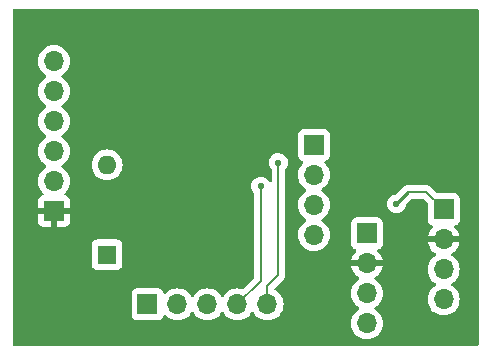
<source format=gbr>
%TF.GenerationSoftware,KiCad,Pcbnew,8.0.0-8.0.0-1~ubuntu20.04.1*%
%TF.CreationDate,2024-03-10T03:56:21-05:00*%
%TF.ProjectId,avr16dd14_dev_board,61767231-3664-4643-9134-5f6465765f62,rev?*%
%TF.SameCoordinates,Original*%
%TF.FileFunction,Copper,L2,Bot*%
%TF.FilePolarity,Positive*%
%FSLAX46Y46*%
G04 Gerber Fmt 4.6, Leading zero omitted, Abs format (unit mm)*
G04 Created by KiCad (PCBNEW 8.0.0-8.0.0-1~ubuntu20.04.1) date 2024-03-10 03:56:21*
%MOMM*%
%LPD*%
G01*
G04 APERTURE LIST*
%TA.AperFunction,ComponentPad*%
%ADD10R,1.700000X1.700000*%
%TD*%
%TA.AperFunction,ComponentPad*%
%ADD11O,1.700000X1.700000*%
%TD*%
%TA.AperFunction,ComponentPad*%
%ADD12R,1.600000X1.600000*%
%TD*%
%TA.AperFunction,ComponentPad*%
%ADD13O,1.600000X1.600000*%
%TD*%
%TA.AperFunction,ViaPad*%
%ADD14C,0.584200*%
%TD*%
%TA.AperFunction,Conductor*%
%ADD15C,0.152400*%
%TD*%
%TA.AperFunction,Conductor*%
%ADD16C,0.250000*%
%TD*%
G04 APERTURE END LIST*
D10*
%TO.P,J1,1,Pin_1*%
%TO.N,0*%
X108500000Y-83620000D03*
D11*
%TO.P,J1,2,Pin_2*%
%TO.N,unconnected-(J1-Pin_2-Pad2)*%
X108500000Y-81080000D03*
%TO.P,J1,3,Pin_3*%
%TO.N,/VIN*%
X108500000Y-78540000D03*
%TO.P,J1,4,Pin_4*%
%TO.N,/TX*%
X108500000Y-76000000D03*
%TO.P,J1,5,Pin_5*%
%TO.N,/RX*%
X108500000Y-73460000D03*
%TO.P,J1,6,Pin_6*%
%TO.N,unconnected-(J1-Pin_6-Pad6)*%
X108500000Y-70920000D03*
%TD*%
%TO.P,J6,5,Pin_5*%
%TO.N,/PD4*%
X126580000Y-91500000D03*
%TO.P,J6,4,Pin_4*%
%TO.N,/PC3*%
X124040000Y-91500000D03*
%TO.P,J6,3,Pin_3*%
%TO.N,/PC2*%
X121500000Y-91500000D03*
%TO.P,J6,2,Pin_2*%
%TO.N,/PC1*%
X118960000Y-91500000D03*
D10*
%TO.P,J6,1,Pin_1*%
%TO.N,/RESET*%
X116420000Y-91500000D03*
%TD*%
D11*
%TO.P,J5,4,Pin_4*%
%TO.N,/VDDIO2*%
X130500000Y-85620000D03*
%TO.P,J5,3,Pin_3*%
%TO.N,/PD7*%
X130500000Y-83080000D03*
%TO.P,J5,2,Pin_2*%
%TO.N,/PD6*%
X130500000Y-80540000D03*
D10*
%TO.P,J5,1,Pin_1*%
%TO.N,/PD5*%
X130500000Y-78000000D03*
%TD*%
D11*
%TO.P,J4,4,Pin_4*%
%TO.N,/VIN*%
X135000000Y-93120000D03*
%TO.P,J4,3,Pin_3*%
%TO.N,/SDA*%
X135000000Y-90580000D03*
%TO.P,J4,2,Pin_2*%
%TO.N,0*%
X135000000Y-88040000D03*
D10*
%TO.P,J4,1,Pin_1*%
%TO.N,/SCL*%
X135000000Y-85500000D03*
%TD*%
%TO.P,J2,1,Pin_1*%
%TO.N,/SCL*%
X141500000Y-83460000D03*
D11*
%TO.P,J2,2,Pin_2*%
%TO.N,0*%
X141500000Y-86000000D03*
%TO.P,J2,3,Pin_3*%
%TO.N,/SDA*%
X141500000Y-88540000D03*
%TO.P,J2,4,Pin_4*%
%TO.N,/VIN*%
X141500000Y-91080000D03*
%TD*%
D12*
%TO.P,D3,1,K*%
%TO.N,/TX*%
X113000000Y-87310000D03*
D13*
%TO.P,D3,2,A*%
%TO.N,/RX*%
X113000000Y-79690000D03*
%TD*%
D14*
%TO.N,0*%
X132500000Y-74500000D03*
%TO.N,/PD4*%
X127500000Y-79500000D03*
%TO.N,/PC3*%
X126000000Y-81500000D03*
%TO.N,/SCL*%
X137500000Y-83000000D03*
%TO.N,0*%
X140000000Y-85500000D03*
X142000000Y-76500000D03*
X141500000Y-81000000D03*
X108500000Y-86000000D03*
X117000000Y-85500000D03*
X117500000Y-75500000D03*
X126500000Y-77068300D03*
%TD*%
D15*
%TO.N,/PD4*%
X127500000Y-79500000D02*
X127500000Y-89000000D01*
X127500000Y-89000000D02*
X126580000Y-89920000D01*
X126580000Y-89920000D02*
X126580000Y-91500000D01*
%TO.N,/PC3*%
X124040000Y-91500000D02*
X126000000Y-89540000D01*
X126000000Y-89540000D02*
X126000000Y-81500000D01*
D16*
%TO.N,/SCL*%
X137500000Y-83000000D02*
X138500000Y-82000000D01*
D15*
X138500000Y-82000000D02*
X140040000Y-82000000D01*
X140040000Y-82000000D02*
X141500000Y-83460000D01*
%TD*%
%TA.AperFunction,Conductor*%
%TO.N,0*%
G36*
X144443039Y-66519685D02*
G01*
X144488794Y-66572489D01*
X144500000Y-66624000D01*
X144500000Y-94876000D01*
X144480315Y-94943039D01*
X144427511Y-94988794D01*
X144376000Y-95000000D01*
X105124000Y-95000000D01*
X105056961Y-94980315D01*
X105011206Y-94927511D01*
X105000000Y-94876000D01*
X105000000Y-93120000D01*
X133644341Y-93120000D01*
X133664936Y-93355403D01*
X133664938Y-93355413D01*
X133726094Y-93583655D01*
X133726096Y-93583659D01*
X133726097Y-93583663D01*
X133825965Y-93797830D01*
X133825967Y-93797834D01*
X133934281Y-93952521D01*
X133961505Y-93991401D01*
X134128599Y-94158495D01*
X134225384Y-94226265D01*
X134322165Y-94294032D01*
X134322167Y-94294033D01*
X134322170Y-94294035D01*
X134536337Y-94393903D01*
X134764592Y-94455063D01*
X134952918Y-94471539D01*
X134999999Y-94475659D01*
X135000000Y-94475659D01*
X135000001Y-94475659D01*
X135039234Y-94472226D01*
X135235408Y-94455063D01*
X135463663Y-94393903D01*
X135677830Y-94294035D01*
X135871401Y-94158495D01*
X136038495Y-93991401D01*
X136174035Y-93797830D01*
X136273903Y-93583663D01*
X136335063Y-93355408D01*
X136355659Y-93120000D01*
X136335063Y-92884592D01*
X136273903Y-92656337D01*
X136174035Y-92442171D01*
X136169476Y-92435659D01*
X136038494Y-92248597D01*
X135871402Y-92081506D01*
X135871396Y-92081501D01*
X135685842Y-91951575D01*
X135642217Y-91896998D01*
X135635023Y-91827500D01*
X135666546Y-91765145D01*
X135685842Y-91748425D01*
X135708026Y-91732891D01*
X135871401Y-91618495D01*
X136038495Y-91451401D01*
X136174035Y-91257830D01*
X136273903Y-91043663D01*
X136335063Y-90815408D01*
X136355659Y-90580000D01*
X136335063Y-90344592D01*
X136273903Y-90116337D01*
X136174035Y-89902171D01*
X136168913Y-89894855D01*
X136038494Y-89708597D01*
X135871402Y-89541506D01*
X135871401Y-89541505D01*
X135685595Y-89411402D01*
X135685405Y-89411269D01*
X135641781Y-89356692D01*
X135634588Y-89287193D01*
X135666110Y-89224839D01*
X135685405Y-89208119D01*
X135871082Y-89078105D01*
X136038105Y-88911082D01*
X136173600Y-88717578D01*
X136273429Y-88503492D01*
X136273432Y-88503486D01*
X136330636Y-88290000D01*
X135433012Y-88290000D01*
X135465925Y-88232993D01*
X135500000Y-88105826D01*
X135500000Y-87974174D01*
X135465925Y-87847007D01*
X135433012Y-87790000D01*
X136330636Y-87790000D01*
X136330635Y-87789999D01*
X136273432Y-87576513D01*
X136273429Y-87576507D01*
X136173600Y-87362422D01*
X136173599Y-87362420D01*
X136038113Y-87168926D01*
X136038108Y-87168920D01*
X135916053Y-87046865D01*
X135882568Y-86985542D01*
X135887552Y-86915850D01*
X135929424Y-86859917D01*
X135960400Y-86843002D01*
X136049847Y-86809641D01*
X136092326Y-86793798D01*
X136092326Y-86793797D01*
X136092331Y-86793796D01*
X136207546Y-86707546D01*
X136293796Y-86592331D01*
X136344091Y-86457483D01*
X136350500Y-86397873D01*
X136350499Y-84602128D01*
X136344091Y-84542517D01*
X136334882Y-84517827D01*
X136293797Y-84407671D01*
X136293793Y-84407664D01*
X136207547Y-84292455D01*
X136207544Y-84292452D01*
X136092335Y-84206206D01*
X136092328Y-84206202D01*
X135957482Y-84155908D01*
X135957483Y-84155908D01*
X135897883Y-84149501D01*
X135897881Y-84149500D01*
X135897873Y-84149500D01*
X135897864Y-84149500D01*
X134102129Y-84149500D01*
X134102123Y-84149501D01*
X134042516Y-84155908D01*
X133907671Y-84206202D01*
X133907664Y-84206206D01*
X133792455Y-84292452D01*
X133792452Y-84292455D01*
X133706206Y-84407664D01*
X133706202Y-84407671D01*
X133655908Y-84542517D01*
X133651717Y-84581505D01*
X133649501Y-84602123D01*
X133649500Y-84602135D01*
X133649500Y-86397870D01*
X133649501Y-86397876D01*
X133655908Y-86457483D01*
X133706202Y-86592328D01*
X133706206Y-86592335D01*
X133792452Y-86707544D01*
X133792455Y-86707547D01*
X133907664Y-86793793D01*
X133907671Y-86793797D01*
X133969902Y-86817007D01*
X134039598Y-86843002D01*
X134095531Y-86884873D01*
X134119949Y-86950337D01*
X134105098Y-87018610D01*
X134083947Y-87046865D01*
X133961886Y-87168926D01*
X133826400Y-87362420D01*
X133826399Y-87362422D01*
X133726570Y-87576507D01*
X133726567Y-87576513D01*
X133669364Y-87789999D01*
X133669364Y-87790000D01*
X134566988Y-87790000D01*
X134534075Y-87847007D01*
X134500000Y-87974174D01*
X134500000Y-88105826D01*
X134534075Y-88232993D01*
X134566988Y-88290000D01*
X133669364Y-88290000D01*
X133726567Y-88503486D01*
X133726570Y-88503492D01*
X133826399Y-88717578D01*
X133961894Y-88911082D01*
X134128917Y-89078105D01*
X134314595Y-89208119D01*
X134358219Y-89262696D01*
X134365412Y-89332195D01*
X134333890Y-89394549D01*
X134314595Y-89411269D01*
X134128594Y-89541508D01*
X133961505Y-89708597D01*
X133825965Y-89902169D01*
X133825964Y-89902171D01*
X133726098Y-90116335D01*
X133726094Y-90116344D01*
X133664938Y-90344586D01*
X133664936Y-90344596D01*
X133644341Y-90579999D01*
X133644341Y-90580000D01*
X133664936Y-90815403D01*
X133664938Y-90815413D01*
X133726094Y-91043655D01*
X133726096Y-91043659D01*
X133726097Y-91043663D01*
X133825965Y-91257830D01*
X133825967Y-91257834D01*
X133961501Y-91451395D01*
X133961506Y-91451402D01*
X134128597Y-91618493D01*
X134128603Y-91618498D01*
X134314158Y-91748425D01*
X134357783Y-91803002D01*
X134364977Y-91872500D01*
X134333454Y-91934855D01*
X134314158Y-91951575D01*
X134128597Y-92081505D01*
X133961505Y-92248597D01*
X133825965Y-92442169D01*
X133825964Y-92442171D01*
X133726098Y-92656335D01*
X133726094Y-92656344D01*
X133664938Y-92884586D01*
X133664936Y-92884596D01*
X133644341Y-93119999D01*
X133644341Y-93120000D01*
X105000000Y-93120000D01*
X105000000Y-92397870D01*
X115069500Y-92397870D01*
X115069501Y-92397876D01*
X115075908Y-92457483D01*
X115126202Y-92592328D01*
X115126206Y-92592335D01*
X115212452Y-92707544D01*
X115212455Y-92707547D01*
X115327664Y-92793793D01*
X115327671Y-92793797D01*
X115462517Y-92844091D01*
X115462516Y-92844091D01*
X115469444Y-92844835D01*
X115522127Y-92850500D01*
X117317872Y-92850499D01*
X117377483Y-92844091D01*
X117512331Y-92793796D01*
X117627546Y-92707546D01*
X117713796Y-92592331D01*
X117762810Y-92460916D01*
X117804681Y-92404984D01*
X117870145Y-92380566D01*
X117938418Y-92395417D01*
X117966673Y-92416569D01*
X118088599Y-92538495D01*
X118185384Y-92606265D01*
X118282165Y-92674032D01*
X118282167Y-92674033D01*
X118282170Y-92674035D01*
X118496337Y-92773903D01*
X118724592Y-92835063D01*
X118901034Y-92850500D01*
X118959999Y-92855659D01*
X118960000Y-92855659D01*
X118960001Y-92855659D01*
X119018966Y-92850500D01*
X119195408Y-92835063D01*
X119423663Y-92773903D01*
X119637830Y-92674035D01*
X119831401Y-92538495D01*
X119998495Y-92371401D01*
X120128425Y-92185842D01*
X120183002Y-92142217D01*
X120252500Y-92135023D01*
X120314855Y-92166546D01*
X120331575Y-92185842D01*
X120461500Y-92371395D01*
X120461505Y-92371401D01*
X120628599Y-92538495D01*
X120725384Y-92606265D01*
X120822165Y-92674032D01*
X120822167Y-92674033D01*
X120822170Y-92674035D01*
X121036337Y-92773903D01*
X121264592Y-92835063D01*
X121441034Y-92850500D01*
X121499999Y-92855659D01*
X121500000Y-92855659D01*
X121500001Y-92855659D01*
X121558966Y-92850500D01*
X121735408Y-92835063D01*
X121963663Y-92773903D01*
X122177830Y-92674035D01*
X122371401Y-92538495D01*
X122538495Y-92371401D01*
X122668425Y-92185842D01*
X122723002Y-92142217D01*
X122792500Y-92135023D01*
X122854855Y-92166546D01*
X122871575Y-92185842D01*
X123001500Y-92371395D01*
X123001505Y-92371401D01*
X123168599Y-92538495D01*
X123265384Y-92606265D01*
X123362165Y-92674032D01*
X123362167Y-92674033D01*
X123362170Y-92674035D01*
X123576337Y-92773903D01*
X123804592Y-92835063D01*
X123981034Y-92850500D01*
X124039999Y-92855659D01*
X124040000Y-92855659D01*
X124040001Y-92855659D01*
X124098966Y-92850500D01*
X124275408Y-92835063D01*
X124503663Y-92773903D01*
X124717830Y-92674035D01*
X124911401Y-92538495D01*
X125078495Y-92371401D01*
X125208425Y-92185842D01*
X125263002Y-92142217D01*
X125332500Y-92135023D01*
X125394855Y-92166546D01*
X125411575Y-92185842D01*
X125541500Y-92371395D01*
X125541505Y-92371401D01*
X125708599Y-92538495D01*
X125805384Y-92606265D01*
X125902165Y-92674032D01*
X125902167Y-92674033D01*
X125902170Y-92674035D01*
X126116337Y-92773903D01*
X126344592Y-92835063D01*
X126521034Y-92850500D01*
X126579999Y-92855659D01*
X126580000Y-92855659D01*
X126580001Y-92855659D01*
X126638966Y-92850500D01*
X126815408Y-92835063D01*
X127043663Y-92773903D01*
X127257830Y-92674035D01*
X127451401Y-92538495D01*
X127618495Y-92371401D01*
X127754035Y-92177830D01*
X127853903Y-91963663D01*
X127915063Y-91735408D01*
X127935659Y-91500000D01*
X127915063Y-91264592D01*
X127853903Y-91036337D01*
X127754035Y-90822171D01*
X127748425Y-90814158D01*
X127618494Y-90628597D01*
X127451402Y-90461506D01*
X127451395Y-90461501D01*
X127257831Y-90325965D01*
X127257827Y-90325963D01*
X127235405Y-90315507D01*
X127182966Y-90269333D01*
X127163816Y-90202139D01*
X127184033Y-90135259D01*
X127200126Y-90115450D01*
X127961475Y-89354102D01*
X128037399Y-89222598D01*
X128076700Y-89075925D01*
X128076700Y-88924076D01*
X128076700Y-85620000D01*
X129144341Y-85620000D01*
X129164936Y-85855403D01*
X129164938Y-85855413D01*
X129226094Y-86083655D01*
X129226096Y-86083659D01*
X129226097Y-86083663D01*
X129311898Y-86267664D01*
X129325965Y-86297830D01*
X129325967Y-86297834D01*
X129434281Y-86452521D01*
X129461505Y-86491401D01*
X129628599Y-86658495D01*
X129725384Y-86726265D01*
X129822165Y-86794032D01*
X129822167Y-86794033D01*
X129822170Y-86794035D01*
X130036337Y-86893903D01*
X130264592Y-86955063D01*
X130452918Y-86971539D01*
X130499999Y-86975659D01*
X130500000Y-86975659D01*
X130500001Y-86975659D01*
X130539234Y-86972226D01*
X130735408Y-86955063D01*
X130963663Y-86893903D01*
X131177830Y-86794035D01*
X131371401Y-86658495D01*
X131538495Y-86491401D01*
X131674035Y-86297830D01*
X131773903Y-86083663D01*
X131835063Y-85855408D01*
X131855659Y-85620000D01*
X131835063Y-85384592D01*
X131773903Y-85156337D01*
X131674035Y-84942171D01*
X131653858Y-84913354D01*
X131538494Y-84748597D01*
X131371402Y-84581506D01*
X131371396Y-84581501D01*
X131185842Y-84451575D01*
X131142217Y-84396998D01*
X131135023Y-84327500D01*
X131166546Y-84265145D01*
X131185842Y-84248425D01*
X131246140Y-84206204D01*
X131371401Y-84118495D01*
X131538495Y-83951401D01*
X131674035Y-83757830D01*
X131773903Y-83543663D01*
X131835063Y-83315408D01*
X131855659Y-83080000D01*
X131848660Y-83000003D01*
X136702385Y-83000003D01*
X136722381Y-83177479D01*
X136722382Y-83177484D01*
X136722383Y-83177486D01*
X136737225Y-83219901D01*
X136781373Y-83346071D01*
X136832228Y-83427007D01*
X136876399Y-83497305D01*
X137002695Y-83623601D01*
X137153928Y-83718626D01*
X137322514Y-83777617D01*
X137322518Y-83777617D01*
X137322520Y-83777618D01*
X137499996Y-83797615D01*
X137500000Y-83797615D01*
X137500004Y-83797615D01*
X137677479Y-83777618D01*
X137677479Y-83777617D01*
X137677486Y-83777617D01*
X137846072Y-83718626D01*
X137997305Y-83623601D01*
X138123601Y-83497305D01*
X138218626Y-83346072D01*
X138246392Y-83266719D01*
X138277615Y-83177493D01*
X138277615Y-83177490D01*
X138277617Y-83177486D01*
X138281712Y-83141135D01*
X138308776Y-83076724D01*
X138317231Y-83067357D01*
X138771573Y-82613016D01*
X138832895Y-82579534D01*
X138859253Y-82576700D01*
X139749761Y-82576700D01*
X139816800Y-82596385D01*
X139837442Y-82613019D01*
X140113181Y-82888758D01*
X140146666Y-82950081D01*
X140149500Y-82976439D01*
X140149500Y-84357870D01*
X140149501Y-84357876D01*
X140155908Y-84417483D01*
X140206202Y-84552328D01*
X140206206Y-84552335D01*
X140292452Y-84667544D01*
X140292455Y-84667547D01*
X140407664Y-84753793D01*
X140407671Y-84753797D01*
X140407674Y-84753798D01*
X140539598Y-84803002D01*
X140595531Y-84844873D01*
X140619949Y-84910337D01*
X140605098Y-84978610D01*
X140583947Y-85006865D01*
X140461886Y-85128926D01*
X140326400Y-85322420D01*
X140326399Y-85322422D01*
X140226570Y-85536507D01*
X140226567Y-85536513D01*
X140169364Y-85749999D01*
X140169364Y-85750000D01*
X141066988Y-85750000D01*
X141034075Y-85807007D01*
X141000000Y-85934174D01*
X141000000Y-86065826D01*
X141034075Y-86192993D01*
X141066988Y-86250000D01*
X140169364Y-86250000D01*
X140226567Y-86463486D01*
X140226570Y-86463492D01*
X140326399Y-86677578D01*
X140461894Y-86871082D01*
X140628917Y-87038105D01*
X140814595Y-87168119D01*
X140858219Y-87222696D01*
X140865412Y-87292195D01*
X140833890Y-87354549D01*
X140814595Y-87371269D01*
X140628594Y-87501508D01*
X140461505Y-87668597D01*
X140325965Y-87862169D01*
X140325964Y-87862171D01*
X140226098Y-88076335D01*
X140226094Y-88076344D01*
X140164938Y-88304586D01*
X140164936Y-88304596D01*
X140144341Y-88539999D01*
X140144341Y-88540000D01*
X140164936Y-88775403D01*
X140164938Y-88775413D01*
X140226094Y-89003655D01*
X140226096Y-89003659D01*
X140226097Y-89003663D01*
X140260810Y-89078105D01*
X140325965Y-89217830D01*
X140325967Y-89217834D01*
X140461501Y-89411395D01*
X140461506Y-89411402D01*
X140628597Y-89578493D01*
X140628603Y-89578498D01*
X140814158Y-89708425D01*
X140857783Y-89763002D01*
X140864977Y-89832500D01*
X140833454Y-89894855D01*
X140814158Y-89911575D01*
X140628597Y-90041505D01*
X140461505Y-90208597D01*
X140325965Y-90402169D01*
X140325964Y-90402171D01*
X140226098Y-90616335D01*
X140226094Y-90616344D01*
X140164938Y-90844586D01*
X140164936Y-90844596D01*
X140144341Y-91079999D01*
X140144341Y-91080000D01*
X140164936Y-91315403D01*
X140164938Y-91315413D01*
X140226094Y-91543655D01*
X140226096Y-91543659D01*
X140226097Y-91543663D01*
X140315507Y-91735403D01*
X140325965Y-91757830D01*
X140325967Y-91757834D01*
X140434281Y-91912521D01*
X140461505Y-91951401D01*
X140628599Y-92118495D01*
X140697223Y-92166546D01*
X140822165Y-92254032D01*
X140822167Y-92254033D01*
X140822170Y-92254035D01*
X141036337Y-92353903D01*
X141264592Y-92415063D01*
X141452918Y-92431539D01*
X141499999Y-92435659D01*
X141500000Y-92435659D01*
X141500001Y-92435659D01*
X141539234Y-92432226D01*
X141735408Y-92415063D01*
X141963663Y-92353903D01*
X142177830Y-92254035D01*
X142371401Y-92118495D01*
X142538495Y-91951401D01*
X142674035Y-91757830D01*
X142773903Y-91543663D01*
X142835063Y-91315408D01*
X142855659Y-91080000D01*
X142835063Y-90844592D01*
X142773903Y-90616337D01*
X142674035Y-90402171D01*
X142620676Y-90325965D01*
X142538494Y-90208597D01*
X142371402Y-90041506D01*
X142371396Y-90041501D01*
X142185842Y-89911575D01*
X142142217Y-89856998D01*
X142135023Y-89787500D01*
X142166546Y-89725145D01*
X142185842Y-89708425D01*
X142208026Y-89692891D01*
X142371401Y-89578495D01*
X142538495Y-89411401D01*
X142674035Y-89217830D01*
X142773903Y-89003663D01*
X142835063Y-88775408D01*
X142855659Y-88540000D01*
X142835063Y-88304592D01*
X142788626Y-88131285D01*
X142773905Y-88076344D01*
X142773904Y-88076343D01*
X142773903Y-88076337D01*
X142674035Y-87862171D01*
X142538495Y-87668599D01*
X142538494Y-87668597D01*
X142371402Y-87501506D01*
X142371401Y-87501505D01*
X142185405Y-87371269D01*
X142141781Y-87316692D01*
X142134588Y-87247193D01*
X142166110Y-87184839D01*
X142185405Y-87168119D01*
X142371082Y-87038105D01*
X142538105Y-86871082D01*
X142673600Y-86677578D01*
X142773429Y-86463492D01*
X142773432Y-86463486D01*
X142830636Y-86250000D01*
X141933012Y-86250000D01*
X141965925Y-86192993D01*
X142000000Y-86065826D01*
X142000000Y-85934174D01*
X141965925Y-85807007D01*
X141933012Y-85750000D01*
X142830636Y-85750000D01*
X142830635Y-85749999D01*
X142773432Y-85536513D01*
X142773429Y-85536507D01*
X142673600Y-85322422D01*
X142673599Y-85322420D01*
X142538113Y-85128926D01*
X142538108Y-85128920D01*
X142416053Y-85006865D01*
X142382568Y-84945542D01*
X142387552Y-84875850D01*
X142429424Y-84819917D01*
X142460400Y-84803002D01*
X142592331Y-84753796D01*
X142707546Y-84667546D01*
X142793796Y-84552331D01*
X142844091Y-84417483D01*
X142850500Y-84357873D01*
X142850499Y-82562128D01*
X142844091Y-82502517D01*
X142810633Y-82412812D01*
X142793797Y-82367671D01*
X142793793Y-82367664D01*
X142707547Y-82252455D01*
X142707544Y-82252452D01*
X142592335Y-82166206D01*
X142592328Y-82166202D01*
X142457482Y-82115908D01*
X142457483Y-82115908D01*
X142397883Y-82109501D01*
X142397881Y-82109500D01*
X142397873Y-82109500D01*
X142397865Y-82109500D01*
X141016439Y-82109500D01*
X140949400Y-82089815D01*
X140928758Y-82073181D01*
X140394104Y-81538527D01*
X140394098Y-81538522D01*
X140262600Y-81462602D01*
X140262599Y-81462601D01*
X140262598Y-81462601D01*
X140115924Y-81423300D01*
X140115923Y-81423300D01*
X138766900Y-81423300D01*
X138719448Y-81413861D01*
X138682453Y-81398537D01*
X138682445Y-81398535D01*
X138561609Y-81374499D01*
X138561607Y-81374499D01*
X138438394Y-81374499D01*
X138438392Y-81374499D01*
X138317555Y-81398535D01*
X138317547Y-81398537D01*
X138203714Y-81445688D01*
X138203712Y-81445689D01*
X138101267Y-81514141D01*
X138101263Y-81514144D01*
X137432661Y-82182747D01*
X137371338Y-82216232D01*
X137358865Y-82218286D01*
X137322519Y-82222381D01*
X137153928Y-82281373D01*
X137002694Y-82376399D01*
X136876399Y-82502694D01*
X136781373Y-82653928D01*
X136722381Y-82822520D01*
X136702385Y-82999996D01*
X136702385Y-83000003D01*
X131848660Y-83000003D01*
X131835063Y-82844592D01*
X131773903Y-82616337D01*
X131674035Y-82402171D01*
X131655990Y-82376399D01*
X131538494Y-82208597D01*
X131371402Y-82041506D01*
X131371396Y-82041501D01*
X131185842Y-81911575D01*
X131142217Y-81856998D01*
X131135023Y-81787500D01*
X131166546Y-81725145D01*
X131185842Y-81708425D01*
X131230037Y-81677479D01*
X131371401Y-81578495D01*
X131538495Y-81411401D01*
X131674035Y-81217830D01*
X131773903Y-81003663D01*
X131835063Y-80775408D01*
X131855659Y-80540000D01*
X131835063Y-80304592D01*
X131773903Y-80076337D01*
X131674035Y-79862171D01*
X131662762Y-79846072D01*
X131538496Y-79668600D01*
X131538495Y-79668599D01*
X131416567Y-79546671D01*
X131383084Y-79485351D01*
X131388068Y-79415659D01*
X131429939Y-79359725D01*
X131460915Y-79342810D01*
X131592331Y-79293796D01*
X131707546Y-79207546D01*
X131793796Y-79092331D01*
X131844091Y-78957483D01*
X131850500Y-78897873D01*
X131850499Y-77102128D01*
X131844091Y-77042517D01*
X131842590Y-77038493D01*
X131793797Y-76907671D01*
X131793793Y-76907664D01*
X131707547Y-76792455D01*
X131707544Y-76792452D01*
X131592335Y-76706206D01*
X131592328Y-76706202D01*
X131457482Y-76655908D01*
X131457483Y-76655908D01*
X131397883Y-76649501D01*
X131397881Y-76649500D01*
X131397873Y-76649500D01*
X131397864Y-76649500D01*
X129602129Y-76649500D01*
X129602123Y-76649501D01*
X129542516Y-76655908D01*
X129407671Y-76706202D01*
X129407664Y-76706206D01*
X129292455Y-76792452D01*
X129292452Y-76792455D01*
X129206206Y-76907664D01*
X129206202Y-76907671D01*
X129155908Y-77042517D01*
X129149501Y-77102116D01*
X129149501Y-77102123D01*
X129149500Y-77102135D01*
X129149500Y-78897870D01*
X129149501Y-78897876D01*
X129155908Y-78957483D01*
X129206202Y-79092328D01*
X129206206Y-79092335D01*
X129292452Y-79207544D01*
X129292455Y-79207547D01*
X129407664Y-79293793D01*
X129407671Y-79293797D01*
X129539081Y-79342810D01*
X129595015Y-79384681D01*
X129619432Y-79450145D01*
X129604580Y-79518418D01*
X129583430Y-79546673D01*
X129461503Y-79668600D01*
X129325965Y-79862169D01*
X129325964Y-79862171D01*
X129226098Y-80076335D01*
X129226094Y-80076344D01*
X129164938Y-80304586D01*
X129164936Y-80304596D01*
X129144341Y-80539999D01*
X129144341Y-80540000D01*
X129164936Y-80775403D01*
X129164938Y-80775413D01*
X129226094Y-81003655D01*
X129226096Y-81003659D01*
X129226097Y-81003663D01*
X129278616Y-81116290D01*
X129325965Y-81217830D01*
X129325967Y-81217834D01*
X129461501Y-81411395D01*
X129461506Y-81411402D01*
X129628597Y-81578493D01*
X129628603Y-81578498D01*
X129814158Y-81708425D01*
X129857783Y-81763002D01*
X129864977Y-81832500D01*
X129833454Y-81894855D01*
X129814158Y-81911575D01*
X129628597Y-82041505D01*
X129461505Y-82208597D01*
X129325965Y-82402169D01*
X129325964Y-82402171D01*
X129226098Y-82616335D01*
X129226094Y-82616344D01*
X129164938Y-82844586D01*
X129164936Y-82844596D01*
X129144341Y-83079999D01*
X129144341Y-83080000D01*
X129164936Y-83315403D01*
X129164938Y-83315413D01*
X129226094Y-83543655D01*
X129226096Y-83543659D01*
X129226097Y-83543663D01*
X129263373Y-83623601D01*
X129325965Y-83757830D01*
X129325967Y-83757834D01*
X129461501Y-83951395D01*
X129461506Y-83951402D01*
X129628597Y-84118493D01*
X129628603Y-84118498D01*
X129814158Y-84248425D01*
X129857783Y-84303002D01*
X129864977Y-84372500D01*
X129833454Y-84434855D01*
X129814158Y-84451575D01*
X129628597Y-84581505D01*
X129461505Y-84748597D01*
X129325965Y-84942169D01*
X129325964Y-84942171D01*
X129226098Y-85156335D01*
X129226094Y-85156344D01*
X129164938Y-85384586D01*
X129164936Y-85384596D01*
X129144341Y-85619999D01*
X129144341Y-85620000D01*
X128076700Y-85620000D01*
X128076700Y-80095568D01*
X128096385Y-80028529D01*
X128113019Y-80007887D01*
X128123601Y-79997305D01*
X128218626Y-79846072D01*
X128277617Y-79677486D01*
X128278618Y-79668600D01*
X128297615Y-79500003D01*
X128297615Y-79499996D01*
X128277618Y-79322520D01*
X128277617Y-79322518D01*
X128277617Y-79322514D01*
X128218626Y-79153928D01*
X128123601Y-79002695D01*
X127997305Y-78876399D01*
X127956656Y-78850858D01*
X127846071Y-78781373D01*
X127746390Y-78746493D01*
X127677486Y-78722383D01*
X127677484Y-78722382D01*
X127677479Y-78722381D01*
X127500004Y-78702385D01*
X127499996Y-78702385D01*
X127322520Y-78722381D01*
X127153928Y-78781373D01*
X127002694Y-78876399D01*
X126876399Y-79002694D01*
X126781373Y-79153928D01*
X126722381Y-79322520D01*
X126702385Y-79499996D01*
X126702385Y-79500003D01*
X126722381Y-79677479D01*
X126722382Y-79677484D01*
X126722383Y-79677486D01*
X126733209Y-79708425D01*
X126781373Y-79846071D01*
X126876399Y-79997305D01*
X126886981Y-80007887D01*
X126920466Y-80069210D01*
X126923300Y-80095568D01*
X126923300Y-81049251D01*
X126903615Y-81116290D01*
X126850811Y-81162045D01*
X126781653Y-81171989D01*
X126718097Y-81142964D01*
X126694306Y-81115223D01*
X126672174Y-81080000D01*
X126623601Y-81002695D01*
X126497305Y-80876399D01*
X126446684Y-80844592D01*
X126346071Y-80781373D01*
X126246390Y-80746493D01*
X126177486Y-80722383D01*
X126177484Y-80722382D01*
X126177479Y-80722381D01*
X126000004Y-80702385D01*
X125999996Y-80702385D01*
X125822520Y-80722381D01*
X125653928Y-80781373D01*
X125502694Y-80876399D01*
X125376399Y-81002694D01*
X125281373Y-81153928D01*
X125222381Y-81322520D01*
X125202385Y-81499996D01*
X125202385Y-81500003D01*
X125222381Y-81677479D01*
X125281373Y-81846071D01*
X125376399Y-81997305D01*
X125386981Y-82007887D01*
X125420466Y-82069210D01*
X125423300Y-82095568D01*
X125423300Y-89249760D01*
X125403615Y-89316799D01*
X125386981Y-89337441D01*
X124550075Y-90174346D01*
X124488752Y-90207831D01*
X124430301Y-90206440D01*
X124275413Y-90164938D01*
X124275403Y-90164936D01*
X124040001Y-90144341D01*
X124039999Y-90144341D01*
X123804596Y-90164936D01*
X123804586Y-90164938D01*
X123576344Y-90226094D01*
X123576335Y-90226098D01*
X123362171Y-90325964D01*
X123362169Y-90325965D01*
X123168597Y-90461505D01*
X123001505Y-90628597D01*
X122871575Y-90814158D01*
X122816998Y-90857783D01*
X122747500Y-90864977D01*
X122685145Y-90833454D01*
X122668425Y-90814158D01*
X122538494Y-90628597D01*
X122371402Y-90461506D01*
X122371395Y-90461501D01*
X122177834Y-90325967D01*
X122177830Y-90325965D01*
X122155403Y-90315507D01*
X121963663Y-90226097D01*
X121963659Y-90226096D01*
X121963655Y-90226094D01*
X121735413Y-90164938D01*
X121735403Y-90164936D01*
X121500001Y-90144341D01*
X121499999Y-90144341D01*
X121264596Y-90164936D01*
X121264586Y-90164938D01*
X121036344Y-90226094D01*
X121036335Y-90226098D01*
X120822171Y-90325964D01*
X120822169Y-90325965D01*
X120628597Y-90461505D01*
X120461505Y-90628597D01*
X120331575Y-90814158D01*
X120276998Y-90857783D01*
X120207500Y-90864977D01*
X120145145Y-90833454D01*
X120128425Y-90814158D01*
X119998494Y-90628597D01*
X119831402Y-90461506D01*
X119831395Y-90461501D01*
X119637834Y-90325967D01*
X119637830Y-90325965D01*
X119615403Y-90315507D01*
X119423663Y-90226097D01*
X119423659Y-90226096D01*
X119423655Y-90226094D01*
X119195413Y-90164938D01*
X119195403Y-90164936D01*
X118960001Y-90144341D01*
X118959999Y-90144341D01*
X118724596Y-90164936D01*
X118724586Y-90164938D01*
X118496344Y-90226094D01*
X118496335Y-90226098D01*
X118282171Y-90325964D01*
X118282169Y-90325965D01*
X118088600Y-90461503D01*
X117966673Y-90583430D01*
X117905350Y-90616914D01*
X117835658Y-90611930D01*
X117779725Y-90570058D01*
X117762810Y-90539081D01*
X117713797Y-90407671D01*
X117713793Y-90407664D01*
X117627547Y-90292455D01*
X117627544Y-90292452D01*
X117512335Y-90206206D01*
X117512328Y-90206202D01*
X117377482Y-90155908D01*
X117377483Y-90155908D01*
X117317883Y-90149501D01*
X117317881Y-90149500D01*
X117317873Y-90149500D01*
X117317864Y-90149500D01*
X115522129Y-90149500D01*
X115522123Y-90149501D01*
X115462516Y-90155908D01*
X115327671Y-90206202D01*
X115327664Y-90206206D01*
X115212455Y-90292452D01*
X115212452Y-90292455D01*
X115126206Y-90407664D01*
X115126202Y-90407671D01*
X115075908Y-90542517D01*
X115069501Y-90602116D01*
X115069500Y-90602135D01*
X115069500Y-92397870D01*
X105000000Y-92397870D01*
X105000000Y-88157870D01*
X111699500Y-88157870D01*
X111699501Y-88157876D01*
X111705908Y-88217483D01*
X111756202Y-88352328D01*
X111756206Y-88352335D01*
X111842452Y-88467544D01*
X111842455Y-88467547D01*
X111957664Y-88553793D01*
X111957671Y-88553797D01*
X112092517Y-88604091D01*
X112092516Y-88604091D01*
X112099444Y-88604835D01*
X112152127Y-88610500D01*
X113847872Y-88610499D01*
X113907483Y-88604091D01*
X114042331Y-88553796D01*
X114157546Y-88467546D01*
X114243796Y-88352331D01*
X114294091Y-88217483D01*
X114300500Y-88157873D01*
X114300499Y-86462128D01*
X114294091Y-86402517D01*
X114293189Y-86400099D01*
X114243797Y-86267671D01*
X114243793Y-86267664D01*
X114157547Y-86152455D01*
X114157544Y-86152452D01*
X114042335Y-86066206D01*
X114042328Y-86066202D01*
X113907482Y-86015908D01*
X113907483Y-86015908D01*
X113847883Y-86009501D01*
X113847881Y-86009500D01*
X113847873Y-86009500D01*
X113847864Y-86009500D01*
X112152129Y-86009500D01*
X112152123Y-86009501D01*
X112092516Y-86015908D01*
X111957671Y-86066202D01*
X111957664Y-86066206D01*
X111842455Y-86152452D01*
X111842452Y-86152455D01*
X111756206Y-86267664D01*
X111756202Y-86267671D01*
X111705908Y-86402517D01*
X111699999Y-86457482D01*
X111699501Y-86462123D01*
X111699500Y-86462135D01*
X111699500Y-88157870D01*
X105000000Y-88157870D01*
X105000000Y-81080000D01*
X107144341Y-81080000D01*
X107164936Y-81315403D01*
X107164938Y-81315413D01*
X107226094Y-81543655D01*
X107226096Y-81543659D01*
X107226097Y-81543663D01*
X107242341Y-81578498D01*
X107325965Y-81757830D01*
X107325967Y-81757834D01*
X107394852Y-81856211D01*
X107461501Y-81951396D01*
X107461506Y-81951402D01*
X107583818Y-82073714D01*
X107617303Y-82135037D01*
X107612319Y-82204729D01*
X107570447Y-82260662D01*
X107539471Y-82277577D01*
X107407912Y-82326646D01*
X107407906Y-82326649D01*
X107292812Y-82412809D01*
X107292809Y-82412812D01*
X107206649Y-82527906D01*
X107206645Y-82527913D01*
X107156403Y-82662620D01*
X107156401Y-82662627D01*
X107150000Y-82722155D01*
X107150000Y-83370000D01*
X108066988Y-83370000D01*
X108034075Y-83427007D01*
X108000000Y-83554174D01*
X108000000Y-83685826D01*
X108034075Y-83812993D01*
X108066988Y-83870000D01*
X107150000Y-83870000D01*
X107150000Y-84517844D01*
X107156401Y-84577372D01*
X107156403Y-84577379D01*
X107206645Y-84712086D01*
X107206649Y-84712093D01*
X107292809Y-84827187D01*
X107292812Y-84827190D01*
X107407906Y-84913350D01*
X107407913Y-84913354D01*
X107542620Y-84963596D01*
X107542627Y-84963598D01*
X107602155Y-84969999D01*
X107602172Y-84970000D01*
X108250000Y-84970000D01*
X108250000Y-84053012D01*
X108307007Y-84085925D01*
X108434174Y-84120000D01*
X108565826Y-84120000D01*
X108692993Y-84085925D01*
X108750000Y-84053012D01*
X108750000Y-84970000D01*
X109397828Y-84970000D01*
X109397844Y-84969999D01*
X109457372Y-84963598D01*
X109457379Y-84963596D01*
X109592086Y-84913354D01*
X109592093Y-84913350D01*
X109707187Y-84827190D01*
X109707190Y-84827187D01*
X109793350Y-84712093D01*
X109793354Y-84712086D01*
X109843596Y-84577379D01*
X109843598Y-84577372D01*
X109849999Y-84517844D01*
X109850000Y-84517827D01*
X109850000Y-83870000D01*
X108933012Y-83870000D01*
X108965925Y-83812993D01*
X109000000Y-83685826D01*
X109000000Y-83554174D01*
X108965925Y-83427007D01*
X108933012Y-83370000D01*
X109850000Y-83370000D01*
X109850000Y-82722172D01*
X109849999Y-82722155D01*
X109843598Y-82662627D01*
X109843596Y-82662620D01*
X109793354Y-82527913D01*
X109793350Y-82527906D01*
X109707190Y-82412812D01*
X109707187Y-82412809D01*
X109592093Y-82326649D01*
X109592088Y-82326646D01*
X109460528Y-82277577D01*
X109404595Y-82235705D01*
X109380178Y-82170241D01*
X109395030Y-82101968D01*
X109416175Y-82073720D01*
X109538495Y-81951401D01*
X109674035Y-81757830D01*
X109773903Y-81543663D01*
X109835063Y-81315408D01*
X109855659Y-81080000D01*
X109835063Y-80844592D01*
X109773903Y-80616337D01*
X109674035Y-80402171D01*
X109538495Y-80208599D01*
X109538494Y-80208597D01*
X109371402Y-80041506D01*
X109371396Y-80041501D01*
X109185842Y-79911575D01*
X109142217Y-79856998D01*
X109135023Y-79787500D01*
X109166546Y-79725145D01*
X109185842Y-79708425D01*
X109212154Y-79690001D01*
X111694532Y-79690001D01*
X111714364Y-79916686D01*
X111714366Y-79916697D01*
X111773258Y-80136488D01*
X111773261Y-80136497D01*
X111869431Y-80342732D01*
X111869432Y-80342734D01*
X111999954Y-80529141D01*
X112160858Y-80690045D01*
X112160861Y-80690047D01*
X112347266Y-80820568D01*
X112553504Y-80916739D01*
X112773308Y-80975635D01*
X112935230Y-80989801D01*
X112999998Y-80995468D01*
X113000000Y-80995468D01*
X113000002Y-80995468D01*
X113056673Y-80990509D01*
X113226692Y-80975635D01*
X113446496Y-80916739D01*
X113652734Y-80820568D01*
X113839139Y-80690047D01*
X114000047Y-80529139D01*
X114130568Y-80342734D01*
X114226739Y-80136496D01*
X114285635Y-79916692D01*
X114305468Y-79690000D01*
X114285635Y-79463308D01*
X114226739Y-79243504D01*
X114130568Y-79037266D01*
X114000047Y-78850861D01*
X114000045Y-78850858D01*
X113839141Y-78689954D01*
X113652734Y-78559432D01*
X113652732Y-78559431D01*
X113446497Y-78463261D01*
X113446488Y-78463258D01*
X113226697Y-78404366D01*
X113226693Y-78404365D01*
X113226692Y-78404365D01*
X113226691Y-78404364D01*
X113226686Y-78404364D01*
X113000002Y-78384532D01*
X112999998Y-78384532D01*
X112773313Y-78404364D01*
X112773302Y-78404366D01*
X112553511Y-78463258D01*
X112553502Y-78463261D01*
X112347267Y-78559431D01*
X112347265Y-78559432D01*
X112160858Y-78689954D01*
X111999954Y-78850858D01*
X111869432Y-79037265D01*
X111869431Y-79037267D01*
X111773261Y-79243502D01*
X111773258Y-79243511D01*
X111714366Y-79463302D01*
X111714364Y-79463313D01*
X111694532Y-79689998D01*
X111694532Y-79690001D01*
X109212154Y-79690001D01*
X109371401Y-79578495D01*
X109538495Y-79411401D01*
X109674035Y-79217830D01*
X109773903Y-79003663D01*
X109835063Y-78775408D01*
X109855659Y-78540000D01*
X109835063Y-78304592D01*
X109773903Y-78076337D01*
X109674035Y-77862171D01*
X109538495Y-77668599D01*
X109538494Y-77668597D01*
X109371402Y-77501506D01*
X109371396Y-77501501D01*
X109185842Y-77371575D01*
X109142217Y-77316998D01*
X109135023Y-77247500D01*
X109166546Y-77185145D01*
X109185842Y-77168425D01*
X109208026Y-77152891D01*
X109371401Y-77038495D01*
X109538495Y-76871401D01*
X109674035Y-76677830D01*
X109773903Y-76463663D01*
X109835063Y-76235408D01*
X109855659Y-76000000D01*
X109835063Y-75764592D01*
X109773903Y-75536337D01*
X109674035Y-75322171D01*
X109538495Y-75128599D01*
X109538494Y-75128597D01*
X109371402Y-74961506D01*
X109371396Y-74961501D01*
X109185842Y-74831575D01*
X109142217Y-74776998D01*
X109135023Y-74707500D01*
X109166546Y-74645145D01*
X109185842Y-74628425D01*
X109208026Y-74612891D01*
X109371401Y-74498495D01*
X109538495Y-74331401D01*
X109674035Y-74137830D01*
X109773903Y-73923663D01*
X109835063Y-73695408D01*
X109855659Y-73460000D01*
X109835063Y-73224592D01*
X109773903Y-72996337D01*
X109674035Y-72782171D01*
X109538495Y-72588599D01*
X109538494Y-72588597D01*
X109371402Y-72421506D01*
X109371396Y-72421501D01*
X109185842Y-72291575D01*
X109142217Y-72236998D01*
X109135023Y-72167500D01*
X109166546Y-72105145D01*
X109185842Y-72088425D01*
X109208026Y-72072891D01*
X109371401Y-71958495D01*
X109538495Y-71791401D01*
X109674035Y-71597830D01*
X109773903Y-71383663D01*
X109835063Y-71155408D01*
X109855659Y-70920000D01*
X109835063Y-70684592D01*
X109773903Y-70456337D01*
X109674035Y-70242171D01*
X109538495Y-70048599D01*
X109538494Y-70048597D01*
X109371402Y-69881506D01*
X109371395Y-69881501D01*
X109177834Y-69745967D01*
X109177830Y-69745965D01*
X109177828Y-69745964D01*
X108963663Y-69646097D01*
X108963659Y-69646096D01*
X108963655Y-69646094D01*
X108735413Y-69584938D01*
X108735403Y-69584936D01*
X108500001Y-69564341D01*
X108499999Y-69564341D01*
X108264596Y-69584936D01*
X108264586Y-69584938D01*
X108036344Y-69646094D01*
X108036335Y-69646098D01*
X107822171Y-69745964D01*
X107822169Y-69745965D01*
X107628597Y-69881505D01*
X107461505Y-70048597D01*
X107325965Y-70242169D01*
X107325964Y-70242171D01*
X107226098Y-70456335D01*
X107226094Y-70456344D01*
X107164938Y-70684586D01*
X107164936Y-70684596D01*
X107144341Y-70919999D01*
X107144341Y-70920000D01*
X107164936Y-71155403D01*
X107164938Y-71155413D01*
X107226094Y-71383655D01*
X107226096Y-71383659D01*
X107226097Y-71383663D01*
X107325965Y-71597830D01*
X107325967Y-71597834D01*
X107461501Y-71791395D01*
X107461506Y-71791402D01*
X107628597Y-71958493D01*
X107628603Y-71958498D01*
X107814158Y-72088425D01*
X107857783Y-72143002D01*
X107864977Y-72212500D01*
X107833454Y-72274855D01*
X107814158Y-72291575D01*
X107628597Y-72421505D01*
X107461505Y-72588597D01*
X107325965Y-72782169D01*
X107325964Y-72782171D01*
X107226098Y-72996335D01*
X107226094Y-72996344D01*
X107164938Y-73224586D01*
X107164936Y-73224596D01*
X107144341Y-73459999D01*
X107144341Y-73460000D01*
X107164936Y-73695403D01*
X107164938Y-73695413D01*
X107226094Y-73923655D01*
X107226096Y-73923659D01*
X107226097Y-73923663D01*
X107325965Y-74137830D01*
X107325967Y-74137834D01*
X107461501Y-74331395D01*
X107461506Y-74331402D01*
X107628597Y-74498493D01*
X107628603Y-74498498D01*
X107814158Y-74628425D01*
X107857783Y-74683002D01*
X107864977Y-74752500D01*
X107833454Y-74814855D01*
X107814158Y-74831575D01*
X107628597Y-74961505D01*
X107461505Y-75128597D01*
X107325965Y-75322169D01*
X107325964Y-75322171D01*
X107226098Y-75536335D01*
X107226094Y-75536344D01*
X107164938Y-75764586D01*
X107164936Y-75764596D01*
X107144341Y-75999999D01*
X107144341Y-76000000D01*
X107164936Y-76235403D01*
X107164938Y-76235413D01*
X107226094Y-76463655D01*
X107226096Y-76463659D01*
X107226097Y-76463663D01*
X107312755Y-76649501D01*
X107325965Y-76677830D01*
X107325967Y-76677834D01*
X107461501Y-76871395D01*
X107461506Y-76871402D01*
X107628597Y-77038493D01*
X107628603Y-77038498D01*
X107814158Y-77168425D01*
X107857783Y-77223002D01*
X107864977Y-77292500D01*
X107833454Y-77354855D01*
X107814158Y-77371575D01*
X107628597Y-77501505D01*
X107461505Y-77668597D01*
X107325965Y-77862169D01*
X107325964Y-77862171D01*
X107226098Y-78076335D01*
X107226094Y-78076344D01*
X107164938Y-78304586D01*
X107164936Y-78304596D01*
X107144341Y-78539999D01*
X107144341Y-78540000D01*
X107164936Y-78775403D01*
X107164938Y-78775413D01*
X107226094Y-79003655D01*
X107226096Y-79003659D01*
X107226097Y-79003663D01*
X107321170Y-79207547D01*
X107325965Y-79217830D01*
X107325967Y-79217834D01*
X107399270Y-79322520D01*
X107442795Y-79384681D01*
X107461501Y-79411395D01*
X107461506Y-79411402D01*
X107628597Y-79578493D01*
X107628603Y-79578498D01*
X107814158Y-79708425D01*
X107857783Y-79763002D01*
X107864977Y-79832500D01*
X107833454Y-79894855D01*
X107814158Y-79911575D01*
X107628597Y-80041505D01*
X107461505Y-80208597D01*
X107325965Y-80402169D01*
X107325964Y-80402171D01*
X107226098Y-80616335D01*
X107226094Y-80616344D01*
X107164938Y-80844586D01*
X107164936Y-80844596D01*
X107144341Y-81079999D01*
X107144341Y-81080000D01*
X105000000Y-81080000D01*
X105000000Y-66624000D01*
X105019685Y-66556961D01*
X105072489Y-66511206D01*
X105124000Y-66500000D01*
X144376000Y-66500000D01*
X144443039Y-66519685D01*
G37*
%TD.AperFunction*%
%TD*%
M02*

</source>
